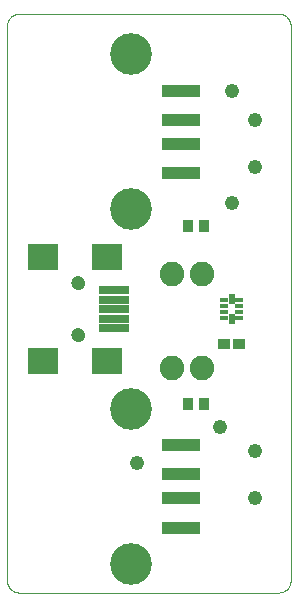
<source format=gts>
G75*
%MOIN*%
%OFA0B0*%
%FSLAX25Y25*%
%IPPOS*%
%LPD*%
%AMOC8*
5,1,8,0,0,1.08239X$1,22.5*
%
%ADD10C,0.00000*%
%ADD11R,0.04442X0.03713*%
%ADD12C,0.13900*%
%ADD13R,0.12611X0.04343*%
%ADD14R,0.10249X0.08674*%
%ADD15R,0.09887X0.02769*%
%ADD16C,0.04737*%
%ADD17C,0.08200*%
%ADD18R,0.03556X0.04343*%
%ADD19R,0.03083X0.01784*%
%ADD20R,0.02178X0.03280*%
%ADD21C,0.04762*%
D10*
X0001500Y0005437D02*
X0001500Y0190476D01*
X0001502Y0190600D01*
X0001508Y0190723D01*
X0001517Y0190847D01*
X0001531Y0190969D01*
X0001548Y0191092D01*
X0001570Y0191214D01*
X0001595Y0191335D01*
X0001624Y0191455D01*
X0001656Y0191574D01*
X0001693Y0191693D01*
X0001733Y0191810D01*
X0001776Y0191925D01*
X0001824Y0192040D01*
X0001875Y0192152D01*
X0001929Y0192263D01*
X0001987Y0192373D01*
X0002048Y0192480D01*
X0002113Y0192586D01*
X0002181Y0192689D01*
X0002252Y0192790D01*
X0002326Y0192889D01*
X0002403Y0192986D01*
X0002484Y0193080D01*
X0002567Y0193171D01*
X0002653Y0193260D01*
X0002742Y0193346D01*
X0002833Y0193429D01*
X0002927Y0193510D01*
X0003024Y0193587D01*
X0003123Y0193661D01*
X0003224Y0193732D01*
X0003327Y0193800D01*
X0003433Y0193865D01*
X0003540Y0193926D01*
X0003650Y0193984D01*
X0003761Y0194038D01*
X0003873Y0194089D01*
X0003988Y0194137D01*
X0004103Y0194180D01*
X0004220Y0194220D01*
X0004339Y0194257D01*
X0004458Y0194289D01*
X0004578Y0194318D01*
X0004699Y0194343D01*
X0004821Y0194365D01*
X0004944Y0194382D01*
X0005066Y0194396D01*
X0005190Y0194405D01*
X0005313Y0194411D01*
X0005437Y0194413D01*
X0092051Y0194413D01*
X0092175Y0194411D01*
X0092298Y0194405D01*
X0092422Y0194396D01*
X0092544Y0194382D01*
X0092667Y0194365D01*
X0092789Y0194343D01*
X0092910Y0194318D01*
X0093030Y0194289D01*
X0093149Y0194257D01*
X0093268Y0194220D01*
X0093385Y0194180D01*
X0093500Y0194137D01*
X0093615Y0194089D01*
X0093727Y0194038D01*
X0093838Y0193984D01*
X0093948Y0193926D01*
X0094055Y0193865D01*
X0094161Y0193800D01*
X0094264Y0193732D01*
X0094365Y0193661D01*
X0094464Y0193587D01*
X0094561Y0193510D01*
X0094655Y0193429D01*
X0094746Y0193346D01*
X0094835Y0193260D01*
X0094921Y0193171D01*
X0095004Y0193080D01*
X0095085Y0192986D01*
X0095162Y0192889D01*
X0095236Y0192790D01*
X0095307Y0192689D01*
X0095375Y0192586D01*
X0095440Y0192480D01*
X0095501Y0192373D01*
X0095559Y0192263D01*
X0095613Y0192152D01*
X0095664Y0192040D01*
X0095712Y0191925D01*
X0095755Y0191810D01*
X0095795Y0191693D01*
X0095832Y0191574D01*
X0095864Y0191455D01*
X0095893Y0191335D01*
X0095918Y0191214D01*
X0095940Y0191092D01*
X0095957Y0190969D01*
X0095971Y0190847D01*
X0095980Y0190723D01*
X0095986Y0190600D01*
X0095988Y0190476D01*
X0095988Y0005437D01*
X0095986Y0005313D01*
X0095980Y0005190D01*
X0095971Y0005066D01*
X0095957Y0004944D01*
X0095940Y0004821D01*
X0095918Y0004699D01*
X0095893Y0004578D01*
X0095864Y0004458D01*
X0095832Y0004339D01*
X0095795Y0004220D01*
X0095755Y0004103D01*
X0095712Y0003988D01*
X0095664Y0003873D01*
X0095613Y0003761D01*
X0095559Y0003650D01*
X0095501Y0003540D01*
X0095440Y0003433D01*
X0095375Y0003327D01*
X0095307Y0003224D01*
X0095236Y0003123D01*
X0095162Y0003024D01*
X0095085Y0002927D01*
X0095004Y0002833D01*
X0094921Y0002742D01*
X0094835Y0002653D01*
X0094746Y0002567D01*
X0094655Y0002484D01*
X0094561Y0002403D01*
X0094464Y0002326D01*
X0094365Y0002252D01*
X0094264Y0002181D01*
X0094161Y0002113D01*
X0094055Y0002048D01*
X0093948Y0001987D01*
X0093838Y0001929D01*
X0093727Y0001875D01*
X0093615Y0001824D01*
X0093500Y0001776D01*
X0093385Y0001733D01*
X0093268Y0001693D01*
X0093149Y0001656D01*
X0093030Y0001624D01*
X0092910Y0001595D01*
X0092789Y0001570D01*
X0092667Y0001548D01*
X0092544Y0001531D01*
X0092422Y0001517D01*
X0092298Y0001508D01*
X0092175Y0001502D01*
X0092051Y0001500D01*
X0005437Y0001500D01*
X0005313Y0001502D01*
X0005190Y0001508D01*
X0005066Y0001517D01*
X0004944Y0001531D01*
X0004821Y0001548D01*
X0004699Y0001570D01*
X0004578Y0001595D01*
X0004458Y0001624D01*
X0004339Y0001656D01*
X0004220Y0001693D01*
X0004103Y0001733D01*
X0003988Y0001776D01*
X0003873Y0001824D01*
X0003761Y0001875D01*
X0003650Y0001929D01*
X0003540Y0001987D01*
X0003433Y0002048D01*
X0003327Y0002113D01*
X0003224Y0002181D01*
X0003123Y0002252D01*
X0003024Y0002326D01*
X0002927Y0002403D01*
X0002833Y0002484D01*
X0002742Y0002567D01*
X0002653Y0002653D01*
X0002567Y0002742D01*
X0002484Y0002833D01*
X0002403Y0002927D01*
X0002326Y0003024D01*
X0002252Y0003123D01*
X0002181Y0003224D01*
X0002113Y0003327D01*
X0002048Y0003433D01*
X0001987Y0003540D01*
X0001929Y0003650D01*
X0001875Y0003761D01*
X0001824Y0003873D01*
X0001776Y0003988D01*
X0001733Y0004103D01*
X0001693Y0004220D01*
X0001656Y0004339D01*
X0001624Y0004458D01*
X0001595Y0004578D01*
X0001570Y0004699D01*
X0001548Y0004821D01*
X0001531Y0004944D01*
X0001517Y0005066D01*
X0001508Y0005190D01*
X0001502Y0005313D01*
X0001500Y0005437D01*
X0023153Y0087327D02*
X0023155Y0087415D01*
X0023161Y0087503D01*
X0023171Y0087591D01*
X0023185Y0087679D01*
X0023202Y0087765D01*
X0023224Y0087851D01*
X0023249Y0087935D01*
X0023279Y0088019D01*
X0023311Y0088101D01*
X0023348Y0088181D01*
X0023388Y0088260D01*
X0023432Y0088337D01*
X0023479Y0088412D01*
X0023529Y0088484D01*
X0023583Y0088555D01*
X0023639Y0088622D01*
X0023699Y0088688D01*
X0023761Y0088750D01*
X0023827Y0088810D01*
X0023894Y0088866D01*
X0023965Y0088920D01*
X0024037Y0088970D01*
X0024112Y0089017D01*
X0024189Y0089061D01*
X0024268Y0089101D01*
X0024348Y0089138D01*
X0024430Y0089170D01*
X0024514Y0089200D01*
X0024598Y0089225D01*
X0024684Y0089247D01*
X0024770Y0089264D01*
X0024858Y0089278D01*
X0024946Y0089288D01*
X0025034Y0089294D01*
X0025122Y0089296D01*
X0025210Y0089294D01*
X0025298Y0089288D01*
X0025386Y0089278D01*
X0025474Y0089264D01*
X0025560Y0089247D01*
X0025646Y0089225D01*
X0025730Y0089200D01*
X0025814Y0089170D01*
X0025896Y0089138D01*
X0025976Y0089101D01*
X0026055Y0089061D01*
X0026132Y0089017D01*
X0026207Y0088970D01*
X0026279Y0088920D01*
X0026350Y0088866D01*
X0026417Y0088810D01*
X0026483Y0088750D01*
X0026545Y0088688D01*
X0026605Y0088622D01*
X0026661Y0088555D01*
X0026715Y0088484D01*
X0026765Y0088412D01*
X0026812Y0088337D01*
X0026856Y0088260D01*
X0026896Y0088181D01*
X0026933Y0088101D01*
X0026965Y0088019D01*
X0026995Y0087935D01*
X0027020Y0087851D01*
X0027042Y0087765D01*
X0027059Y0087679D01*
X0027073Y0087591D01*
X0027083Y0087503D01*
X0027089Y0087415D01*
X0027091Y0087327D01*
X0027089Y0087239D01*
X0027083Y0087151D01*
X0027073Y0087063D01*
X0027059Y0086975D01*
X0027042Y0086889D01*
X0027020Y0086803D01*
X0026995Y0086719D01*
X0026965Y0086635D01*
X0026933Y0086553D01*
X0026896Y0086473D01*
X0026856Y0086394D01*
X0026812Y0086317D01*
X0026765Y0086242D01*
X0026715Y0086170D01*
X0026661Y0086099D01*
X0026605Y0086032D01*
X0026545Y0085966D01*
X0026483Y0085904D01*
X0026417Y0085844D01*
X0026350Y0085788D01*
X0026279Y0085734D01*
X0026207Y0085684D01*
X0026132Y0085637D01*
X0026055Y0085593D01*
X0025976Y0085553D01*
X0025896Y0085516D01*
X0025814Y0085484D01*
X0025730Y0085454D01*
X0025646Y0085429D01*
X0025560Y0085407D01*
X0025474Y0085390D01*
X0025386Y0085376D01*
X0025298Y0085366D01*
X0025210Y0085360D01*
X0025122Y0085358D01*
X0025034Y0085360D01*
X0024946Y0085366D01*
X0024858Y0085376D01*
X0024770Y0085390D01*
X0024684Y0085407D01*
X0024598Y0085429D01*
X0024514Y0085454D01*
X0024430Y0085484D01*
X0024348Y0085516D01*
X0024268Y0085553D01*
X0024189Y0085593D01*
X0024112Y0085637D01*
X0024037Y0085684D01*
X0023965Y0085734D01*
X0023894Y0085788D01*
X0023827Y0085844D01*
X0023761Y0085904D01*
X0023699Y0085966D01*
X0023639Y0086032D01*
X0023583Y0086099D01*
X0023529Y0086170D01*
X0023479Y0086242D01*
X0023432Y0086317D01*
X0023388Y0086394D01*
X0023348Y0086473D01*
X0023311Y0086553D01*
X0023279Y0086635D01*
X0023249Y0086719D01*
X0023224Y0086803D01*
X0023202Y0086889D01*
X0023185Y0086975D01*
X0023171Y0087063D01*
X0023161Y0087151D01*
X0023155Y0087239D01*
X0023153Y0087327D01*
X0023153Y0104650D02*
X0023155Y0104738D01*
X0023161Y0104826D01*
X0023171Y0104914D01*
X0023185Y0105002D01*
X0023202Y0105088D01*
X0023224Y0105174D01*
X0023249Y0105258D01*
X0023279Y0105342D01*
X0023311Y0105424D01*
X0023348Y0105504D01*
X0023388Y0105583D01*
X0023432Y0105660D01*
X0023479Y0105735D01*
X0023529Y0105807D01*
X0023583Y0105878D01*
X0023639Y0105945D01*
X0023699Y0106011D01*
X0023761Y0106073D01*
X0023827Y0106133D01*
X0023894Y0106189D01*
X0023965Y0106243D01*
X0024037Y0106293D01*
X0024112Y0106340D01*
X0024189Y0106384D01*
X0024268Y0106424D01*
X0024348Y0106461D01*
X0024430Y0106493D01*
X0024514Y0106523D01*
X0024598Y0106548D01*
X0024684Y0106570D01*
X0024770Y0106587D01*
X0024858Y0106601D01*
X0024946Y0106611D01*
X0025034Y0106617D01*
X0025122Y0106619D01*
X0025210Y0106617D01*
X0025298Y0106611D01*
X0025386Y0106601D01*
X0025474Y0106587D01*
X0025560Y0106570D01*
X0025646Y0106548D01*
X0025730Y0106523D01*
X0025814Y0106493D01*
X0025896Y0106461D01*
X0025976Y0106424D01*
X0026055Y0106384D01*
X0026132Y0106340D01*
X0026207Y0106293D01*
X0026279Y0106243D01*
X0026350Y0106189D01*
X0026417Y0106133D01*
X0026483Y0106073D01*
X0026545Y0106011D01*
X0026605Y0105945D01*
X0026661Y0105878D01*
X0026715Y0105807D01*
X0026765Y0105735D01*
X0026812Y0105660D01*
X0026856Y0105583D01*
X0026896Y0105504D01*
X0026933Y0105424D01*
X0026965Y0105342D01*
X0026995Y0105258D01*
X0027020Y0105174D01*
X0027042Y0105088D01*
X0027059Y0105002D01*
X0027073Y0104914D01*
X0027083Y0104826D01*
X0027089Y0104738D01*
X0027091Y0104650D01*
X0027089Y0104562D01*
X0027083Y0104474D01*
X0027073Y0104386D01*
X0027059Y0104298D01*
X0027042Y0104212D01*
X0027020Y0104126D01*
X0026995Y0104042D01*
X0026965Y0103958D01*
X0026933Y0103876D01*
X0026896Y0103796D01*
X0026856Y0103717D01*
X0026812Y0103640D01*
X0026765Y0103565D01*
X0026715Y0103493D01*
X0026661Y0103422D01*
X0026605Y0103355D01*
X0026545Y0103289D01*
X0026483Y0103227D01*
X0026417Y0103167D01*
X0026350Y0103111D01*
X0026279Y0103057D01*
X0026207Y0103007D01*
X0026132Y0102960D01*
X0026055Y0102916D01*
X0025976Y0102876D01*
X0025896Y0102839D01*
X0025814Y0102807D01*
X0025730Y0102777D01*
X0025646Y0102752D01*
X0025560Y0102730D01*
X0025474Y0102713D01*
X0025386Y0102699D01*
X0025298Y0102689D01*
X0025210Y0102683D01*
X0025122Y0102681D01*
X0025034Y0102683D01*
X0024946Y0102689D01*
X0024858Y0102699D01*
X0024770Y0102713D01*
X0024684Y0102730D01*
X0024598Y0102752D01*
X0024514Y0102777D01*
X0024430Y0102807D01*
X0024348Y0102839D01*
X0024268Y0102876D01*
X0024189Y0102916D01*
X0024112Y0102960D01*
X0024037Y0103007D01*
X0023965Y0103057D01*
X0023894Y0103111D01*
X0023827Y0103167D01*
X0023761Y0103227D01*
X0023699Y0103289D01*
X0023639Y0103355D01*
X0023583Y0103422D01*
X0023529Y0103493D01*
X0023479Y0103565D01*
X0023432Y0103640D01*
X0023388Y0103717D01*
X0023348Y0103796D01*
X0023311Y0103876D01*
X0023279Y0103958D01*
X0023249Y0104042D01*
X0023224Y0104126D01*
X0023202Y0104212D01*
X0023185Y0104298D01*
X0023171Y0104386D01*
X0023161Y0104474D01*
X0023155Y0104562D01*
X0023153Y0104650D01*
D11*
X0073941Y0084177D03*
X0078665Y0084177D03*
D12*
X0042839Y0062783D03*
X0042839Y0011083D03*
X0042839Y0129193D03*
X0042839Y0180893D03*
D13*
X0059421Y0168823D03*
X0059421Y0158980D03*
X0059421Y0151106D03*
X0059421Y0141264D03*
X0059421Y0050713D03*
X0059421Y0040870D03*
X0059421Y0032996D03*
X0059421Y0023154D03*
D14*
X0034965Y0078665D03*
X0034965Y0113311D03*
X0013311Y0113311D03*
X0013311Y0078665D03*
D15*
X0037185Y0089689D03*
X0037185Y0092839D03*
X0037185Y0095988D03*
X0037185Y0099138D03*
X0037185Y0102287D03*
D16*
X0025122Y0104650D03*
X0025122Y0087327D03*
D17*
X0056618Y0076303D03*
X0066618Y0076303D03*
X0066618Y0107799D03*
X0056618Y0107799D03*
D18*
X0061933Y0123547D03*
X0067051Y0123547D03*
X0067051Y0064492D03*
X0061933Y0064492D03*
D19*
X0073941Y0093035D03*
X0073941Y0095004D03*
X0073941Y0096972D03*
X0073941Y0098941D03*
X0078665Y0098941D03*
X0078665Y0096972D03*
X0078665Y0095004D03*
X0078665Y0093035D03*
D20*
X0076303Y0092642D03*
X0076303Y0099335D03*
D21*
X0076303Y0131421D03*
X0084177Y0143232D03*
X0084177Y0158980D03*
X0076303Y0168823D03*
X0072366Y0056618D03*
X0084177Y0048744D03*
X0084177Y0032996D03*
X0044807Y0044807D03*
M02*

</source>
